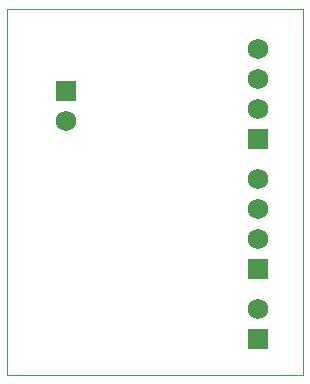
<source format=gbs>
G75*
%MOIN*%
%OFA0B0*%
%FSLAX25Y25*%
%IPPOS*%
%LPD*%
%AMOC8*
5,1,8,0,0,1.08239X$1,22.5*
%
%ADD10C,0.00000*%
%ADD11R,0.06900X0.06900*%
%ADD12C,0.06900*%
D10*
X0020469Y0005737D02*
X0020469Y0127784D01*
X0118894Y0127784D01*
X0118894Y0005737D01*
X0020469Y0005737D01*
D11*
X0040154Y0100225D03*
X0103934Y0084477D03*
X0103934Y0041170D03*
X0103934Y0017548D03*
D12*
X0103934Y0027548D03*
X0103934Y0051170D03*
X0103934Y0061170D03*
X0103934Y0071170D03*
X0103934Y0094477D03*
X0103934Y0104477D03*
X0103934Y0114477D03*
X0040154Y0090225D03*
M02*

</source>
